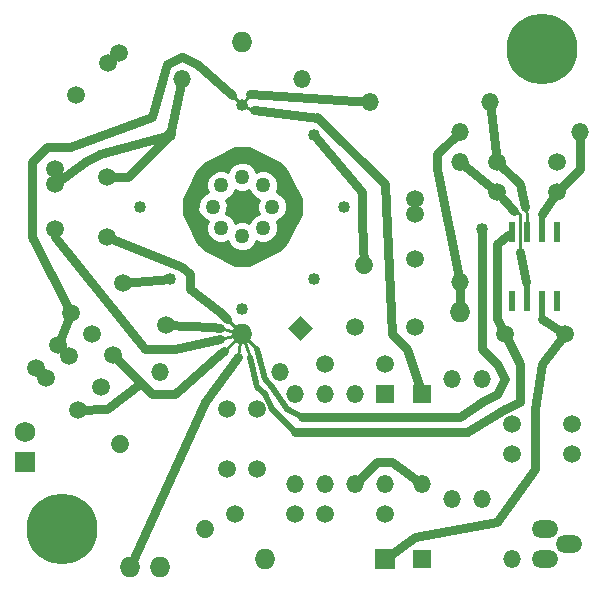
<source format=gtl>
G04 (created by PCBNEW (22-Jun-2014 BZR 4027)-stable) date Sun 04 Feb 2018 03:40:52 PM CST*
%MOIN*%
G04 Gerber Fmt 3.4, Leading zero omitted, Abs format*
%FSLAX34Y34*%
G01*
G70*
G90*
G04 APERTURE LIST*
%ADD10C,0.00590551*%
%ADD11O,0.0885X0.059*%
%ADD12O,0.059X0.059*%
%ADD13C,0.059*%
%ADD14C,0.05*%
%ADD15R,0.059X0.059*%
%ADD16O,0.069X0.069*%
%ADD17C,0.23622*%
%ADD18C,0.059*%
%ADD19R,0.069X0.069*%
%ADD20C,0.069*%
%ADD21R,0.019X0.07*%
%ADD22C,0.04*%
%ADD23C,0.03*%
%ADD24C,0.02*%
%ADD25C,0.01*%
G04 APERTURE END LIST*
G54D10*
G54D11*
X95852Y-43250D03*
X96647Y-43750D03*
X95852Y-44250D03*
G54D12*
X92750Y-38250D03*
X92750Y-42250D03*
X93750Y-42250D03*
X93750Y-38250D03*
X83000Y-38000D03*
X87000Y-38000D03*
X83750Y-28250D03*
X87750Y-28250D03*
G54D13*
X84500Y-43250D02*
X84500Y-43250D01*
X81671Y-40421D02*
X81671Y-40421D01*
G54D14*
X85042Y-31792D03*
X86457Y-31792D03*
X86739Y-32500D03*
X85750Y-31510D03*
X86457Y-33207D03*
X85750Y-33489D03*
X85042Y-33207D03*
X84760Y-32500D03*
G54D15*
X90500Y-38750D03*
G54D12*
X89500Y-38750D03*
X88500Y-38750D03*
X87500Y-38750D03*
X87500Y-41750D03*
X88500Y-41750D03*
X90500Y-41750D03*
X89500Y-41750D03*
G54D16*
X83000Y-44500D03*
X82000Y-44500D03*
G54D17*
X95750Y-27250D03*
G54D18*
X94750Y-40750D03*
X96750Y-40750D03*
X91500Y-36500D03*
X89500Y-36500D03*
X85250Y-41250D03*
X85250Y-39250D03*
X86250Y-41250D03*
X86250Y-39250D03*
X88500Y-42750D03*
X90500Y-42750D03*
X81792Y-35042D03*
X83207Y-36457D03*
X81250Y-31500D03*
X81250Y-33500D03*
X96750Y-39750D03*
X94750Y-39750D03*
X90500Y-37750D03*
X88500Y-37750D03*
X87500Y-42750D03*
X85500Y-42750D03*
G54D16*
X85750Y-36750D03*
G54D19*
X90500Y-44250D03*
G54D16*
X86500Y-44250D03*
G54D15*
X91750Y-38750D03*
G54D12*
X91750Y-41750D03*
G54D10*
G36*
X87689Y-36143D02*
X88106Y-36560D01*
X87689Y-36977D01*
X87272Y-36560D01*
X87689Y-36143D01*
X87689Y-36143D01*
G37*
G54D13*
X89810Y-34439D02*
X89810Y-34439D01*
G54D15*
X91750Y-44250D03*
G54D12*
X94750Y-44250D03*
G54D18*
X81633Y-27366D03*
X80219Y-28780D03*
X81280Y-27719D03*
X79500Y-31250D03*
X79500Y-33250D03*
X79500Y-31750D03*
X91500Y-32250D03*
X91500Y-34250D03*
X91500Y-32750D03*
G54D19*
X78500Y-41000D03*
G54D20*
X78500Y-40000D03*
G54D17*
X79750Y-43250D03*
G54D16*
X85750Y-27000D03*
G54D21*
X96250Y-33350D03*
X95750Y-33350D03*
X95250Y-33350D03*
X94750Y-33350D03*
X94750Y-35650D03*
X95250Y-35650D03*
X95750Y-35650D03*
X96250Y-35650D03*
G54D12*
X90000Y-29000D03*
X94000Y-29000D03*
X97000Y-30000D03*
X93000Y-30000D03*
X93000Y-31000D03*
X93000Y-35000D03*
G54D18*
X94250Y-31000D03*
X96250Y-31000D03*
X96250Y-32000D03*
X94250Y-32000D03*
X96500Y-36750D03*
X94500Y-36750D03*
G54D16*
X93000Y-36000D03*
G54D18*
X79616Y-37116D03*
X81030Y-38530D03*
X79969Y-37469D03*
X78866Y-37866D03*
X80280Y-39280D03*
X79219Y-38219D03*
X80042Y-36042D03*
X81457Y-37457D03*
X80750Y-36750D03*
G54D22*
X89150Y-32500D03*
X82350Y-32500D03*
X83350Y-30100D03*
X88150Y-34900D03*
X88150Y-30100D03*
X83350Y-34900D03*
X85750Y-29100D03*
X93750Y-33250D03*
X85750Y-35900D03*
G54D23*
X95500Y-39250D02*
X95750Y-37750D01*
X91500Y-43500D02*
X94250Y-43000D01*
X94250Y-43000D02*
X95500Y-41250D01*
X95500Y-41250D02*
X95500Y-39250D01*
X90500Y-44250D02*
X91500Y-43500D01*
X95750Y-37750D02*
X96500Y-36750D01*
G54D24*
X95750Y-35650D02*
X95750Y-36250D01*
G54D23*
X95750Y-36250D02*
X96500Y-36750D01*
X93000Y-31000D02*
X94250Y-32000D01*
G54D25*
X95000Y-34000D02*
X95000Y-32750D01*
G54D24*
X95250Y-35650D02*
X95250Y-35250D01*
G54D23*
X95000Y-34000D02*
X95201Y-35009D01*
G54D24*
X95201Y-35009D02*
X95250Y-35250D01*
G54D25*
X95000Y-32750D02*
X94800Y-32649D01*
G54D23*
X94800Y-32649D02*
X94250Y-32000D01*
X94000Y-29000D02*
X94250Y-31000D01*
G54D25*
X95250Y-33350D02*
X95250Y-32750D01*
G54D23*
X95000Y-31750D02*
X94250Y-31000D01*
X95000Y-31750D02*
X95191Y-32514D01*
G54D25*
X95191Y-32514D02*
X95250Y-32750D01*
X95250Y-32750D02*
X95250Y-32750D01*
G54D23*
X89500Y-41750D02*
X90250Y-41000D01*
X90750Y-41000D02*
X91750Y-41750D01*
X90250Y-41000D02*
X90750Y-41000D01*
X97000Y-30000D02*
X97000Y-31250D01*
X97000Y-31250D02*
X96250Y-32000D01*
G54D24*
X95750Y-33350D02*
X95750Y-32750D01*
G54D23*
X95750Y-32750D02*
X96250Y-32000D01*
X83350Y-30100D02*
X81000Y-30750D01*
X80500Y-31000D02*
X79500Y-31750D01*
X81000Y-30750D02*
X80500Y-31000D01*
X83350Y-30100D02*
X83750Y-28250D01*
X81250Y-31500D02*
X81950Y-31500D01*
X81950Y-31500D02*
X83350Y-30100D01*
X89750Y-32000D02*
X89750Y-33000D01*
X89750Y-33000D02*
X89810Y-34439D01*
X88150Y-30100D02*
X89750Y-32000D01*
X81792Y-35042D02*
X83350Y-34900D01*
G54D25*
X83000Y-38000D02*
X83000Y-38000D01*
G54D23*
X93000Y-35000D02*
X93000Y-36000D01*
X93000Y-30000D02*
X92250Y-30750D01*
X92250Y-31250D02*
X93000Y-35000D01*
X92250Y-30750D02*
X92250Y-31250D01*
X80042Y-36042D02*
X79616Y-37116D01*
X79616Y-37116D02*
X79969Y-37469D01*
X80042Y-36042D02*
X78750Y-33500D01*
X83250Y-27750D02*
X82750Y-29500D01*
X82750Y-29500D02*
X80000Y-30500D01*
X80000Y-30500D02*
X79250Y-30500D01*
X79250Y-30500D02*
X78750Y-31000D01*
X78750Y-31000D02*
X78750Y-33500D01*
X84250Y-27750D02*
X85400Y-28785D01*
G54D25*
X85400Y-28785D02*
X85750Y-29100D01*
G54D23*
X83750Y-27500D02*
X83250Y-27750D01*
X84250Y-27750D02*
X83750Y-27500D01*
X90000Y-29000D02*
X86000Y-28750D01*
G54D25*
X86000Y-28750D02*
X85750Y-29100D01*
G54D23*
X88285Y-29535D02*
X86150Y-29268D01*
G54D25*
X86150Y-29268D02*
X86000Y-29250D01*
X86000Y-29250D02*
X85750Y-29100D01*
G54D23*
X91750Y-38750D02*
X91250Y-37250D01*
X91250Y-37250D02*
X90750Y-36750D01*
X90750Y-36750D02*
X90500Y-31750D01*
X90500Y-31750D02*
X88285Y-29535D01*
X88285Y-29535D02*
X88250Y-29500D01*
X80280Y-39280D02*
X81250Y-39250D01*
X82392Y-38392D02*
X82500Y-38500D01*
X81250Y-39250D02*
X82392Y-38392D01*
X81457Y-37457D02*
X82500Y-38500D01*
X82500Y-38500D02*
X82750Y-38750D01*
G54D25*
X85134Y-37326D02*
X85750Y-36750D01*
G54D23*
X85134Y-37326D02*
X85000Y-37416D01*
X85000Y-37416D02*
X83500Y-38750D01*
X83500Y-38750D02*
X82750Y-38750D01*
X94250Y-33750D02*
X94600Y-33450D01*
X94250Y-36250D02*
X94250Y-33750D01*
X94500Y-36750D02*
X94250Y-36250D01*
G54D25*
X94600Y-33450D02*
X94750Y-33350D01*
G54D23*
X93750Y-37250D02*
X93750Y-33250D01*
G54D24*
X86750Y-39250D02*
X87500Y-40000D01*
G54D23*
X95000Y-37750D02*
X95000Y-39000D01*
X95000Y-39000D02*
X94500Y-39250D01*
X94500Y-39250D02*
X93250Y-40000D01*
X93250Y-40000D02*
X92250Y-40000D01*
X92250Y-40000D02*
X87500Y-40000D01*
X94500Y-36750D02*
X95000Y-37750D01*
G54D24*
X86250Y-38500D02*
X86500Y-38750D01*
X86500Y-38750D02*
X86750Y-39250D01*
G54D25*
X86000Y-37500D02*
X85750Y-36750D01*
G54D24*
X86000Y-37500D02*
X86250Y-38500D01*
X86250Y-37250D02*
X86500Y-38250D01*
X86500Y-38250D02*
X86750Y-38500D01*
X86750Y-38500D02*
X87250Y-39250D01*
X87250Y-39250D02*
X87750Y-39500D01*
G54D25*
X86250Y-37250D02*
X85750Y-36750D01*
G54D24*
X93750Y-37250D02*
X93750Y-37250D01*
G54D23*
X94500Y-38250D02*
X94250Y-37750D01*
X94250Y-37750D02*
X93750Y-37250D01*
X87750Y-39500D02*
X93000Y-39500D01*
X94250Y-38750D02*
X93750Y-39000D01*
X93000Y-39500D02*
X93750Y-39000D01*
X94250Y-38750D02*
X94500Y-38250D01*
X85596Y-37519D02*
X84500Y-39000D01*
G54D25*
X85596Y-37519D02*
X85653Y-37230D01*
X85653Y-37230D02*
X85750Y-36750D01*
G54D23*
X82000Y-44500D02*
X84500Y-39000D01*
G54D25*
X85750Y-36750D02*
X85250Y-36250D01*
G54D23*
X85000Y-36000D02*
X84000Y-35250D01*
X84000Y-35250D02*
X84000Y-34750D01*
X84000Y-34750D02*
X83750Y-34500D01*
X83750Y-34500D02*
X81250Y-33500D01*
X85250Y-36250D02*
X85000Y-36000D01*
X82500Y-37250D02*
X79500Y-33500D01*
X79500Y-33500D02*
X79500Y-33250D01*
X85000Y-36916D02*
X83500Y-37250D01*
G54D25*
X85750Y-36750D02*
X85000Y-36916D01*
G54D23*
X82500Y-37250D02*
X83500Y-37250D01*
G54D25*
X85750Y-36750D02*
X85000Y-36562D01*
G54D23*
X84750Y-36500D02*
X83207Y-36457D01*
X85000Y-36562D02*
X84750Y-36500D01*
X83207Y-36457D02*
X83164Y-36414D01*
G54D10*
G36*
X86295Y-32267D02*
X86240Y-32400D01*
X86239Y-32599D01*
X86295Y-32732D01*
X86174Y-32782D01*
X86033Y-32923D01*
X85982Y-33045D01*
X85849Y-32990D01*
X85650Y-32989D01*
X85517Y-33045D01*
X85467Y-32924D01*
X85326Y-32783D01*
X85204Y-32732D01*
X85259Y-32599D01*
X85260Y-32400D01*
X85204Y-32267D01*
X85325Y-32217D01*
X85466Y-32076D01*
X85517Y-31954D01*
X85650Y-32009D01*
X85849Y-32010D01*
X85982Y-31954D01*
X86032Y-32075D01*
X86173Y-32216D01*
X86295Y-32267D01*
X86295Y-32267D01*
G37*
G54D25*
X86295Y-32267D02*
X86240Y-32400D01*
X86239Y-32599D01*
X86295Y-32732D01*
X86174Y-32782D01*
X86033Y-32923D01*
X85982Y-33045D01*
X85849Y-32990D01*
X85650Y-32989D01*
X85517Y-33045D01*
X85467Y-32924D01*
X85326Y-32783D01*
X85204Y-32732D01*
X85259Y-32599D01*
X85260Y-32400D01*
X85204Y-32267D01*
X85325Y-32217D01*
X85466Y-32076D01*
X85517Y-31954D01*
X85650Y-32009D01*
X85849Y-32010D01*
X85982Y-31954D01*
X86032Y-32075D01*
X86173Y-32216D01*
X86295Y-32267D01*
G54D10*
G36*
X87700Y-32738D02*
X87240Y-33658D01*
X87240Y-32400D01*
X87164Y-32217D01*
X87023Y-32076D01*
X86901Y-32025D01*
X86957Y-31892D01*
X86957Y-31693D01*
X86881Y-31510D01*
X86740Y-31369D01*
X86556Y-31292D01*
X86358Y-31292D01*
X86224Y-31348D01*
X86174Y-31227D01*
X86033Y-31086D01*
X85849Y-31010D01*
X85650Y-31009D01*
X85467Y-31085D01*
X85326Y-31226D01*
X85275Y-31348D01*
X85142Y-31292D01*
X84943Y-31292D01*
X84760Y-31368D01*
X84619Y-31509D01*
X84542Y-31693D01*
X84542Y-31891D01*
X84598Y-32025D01*
X84477Y-32075D01*
X84336Y-32216D01*
X84260Y-32400D01*
X84259Y-32599D01*
X84335Y-32782D01*
X84476Y-32923D01*
X84598Y-32974D01*
X84542Y-33107D01*
X84542Y-33306D01*
X84618Y-33489D01*
X84759Y-33630D01*
X84943Y-33707D01*
X85141Y-33707D01*
X85275Y-33651D01*
X85325Y-33772D01*
X85466Y-33913D01*
X85650Y-33989D01*
X85849Y-33990D01*
X86032Y-33914D01*
X86173Y-33773D01*
X86224Y-33651D01*
X86357Y-33707D01*
X86556Y-33707D01*
X86739Y-33631D01*
X86880Y-33490D01*
X86957Y-33306D01*
X86957Y-33108D01*
X86901Y-32974D01*
X87022Y-32924D01*
X87163Y-32783D01*
X87239Y-32599D01*
X87240Y-32400D01*
X87240Y-33658D01*
X87208Y-33720D01*
X86970Y-33958D01*
X85988Y-34450D01*
X85511Y-34450D01*
X84529Y-33958D01*
X84291Y-33720D01*
X83800Y-32738D01*
X83800Y-32261D01*
X84291Y-31279D01*
X84529Y-31041D01*
X85511Y-30550D01*
X85988Y-30550D01*
X86970Y-31041D01*
X87208Y-31279D01*
X87700Y-32261D01*
X87700Y-32738D01*
X87700Y-32738D01*
G37*
G54D25*
X87700Y-32738D02*
X87240Y-33658D01*
X87240Y-32400D01*
X87164Y-32217D01*
X87023Y-32076D01*
X86901Y-32025D01*
X86957Y-31892D01*
X86957Y-31693D01*
X86881Y-31510D01*
X86740Y-31369D01*
X86556Y-31292D01*
X86358Y-31292D01*
X86224Y-31348D01*
X86174Y-31227D01*
X86033Y-31086D01*
X85849Y-31010D01*
X85650Y-31009D01*
X85467Y-31085D01*
X85326Y-31226D01*
X85275Y-31348D01*
X85142Y-31292D01*
X84943Y-31292D01*
X84760Y-31368D01*
X84619Y-31509D01*
X84542Y-31693D01*
X84542Y-31891D01*
X84598Y-32025D01*
X84477Y-32075D01*
X84336Y-32216D01*
X84260Y-32400D01*
X84259Y-32599D01*
X84335Y-32782D01*
X84476Y-32923D01*
X84598Y-32974D01*
X84542Y-33107D01*
X84542Y-33306D01*
X84618Y-33489D01*
X84759Y-33630D01*
X84943Y-33707D01*
X85141Y-33707D01*
X85275Y-33651D01*
X85325Y-33772D01*
X85466Y-33913D01*
X85650Y-33989D01*
X85849Y-33990D01*
X86032Y-33914D01*
X86173Y-33773D01*
X86224Y-33651D01*
X86357Y-33707D01*
X86556Y-33707D01*
X86739Y-33631D01*
X86880Y-33490D01*
X86957Y-33306D01*
X86957Y-33108D01*
X86901Y-32974D01*
X87022Y-32924D01*
X87163Y-32783D01*
X87239Y-32599D01*
X87240Y-32400D01*
X87240Y-33658D01*
X87208Y-33720D01*
X86970Y-33958D01*
X85988Y-34450D01*
X85511Y-34450D01*
X84529Y-33958D01*
X84291Y-33720D01*
X83800Y-32738D01*
X83800Y-32261D01*
X84291Y-31279D01*
X84529Y-31041D01*
X85511Y-30550D01*
X85988Y-30550D01*
X86970Y-31041D01*
X87208Y-31279D01*
X87700Y-32261D01*
X87700Y-32738D01*
M02*

</source>
